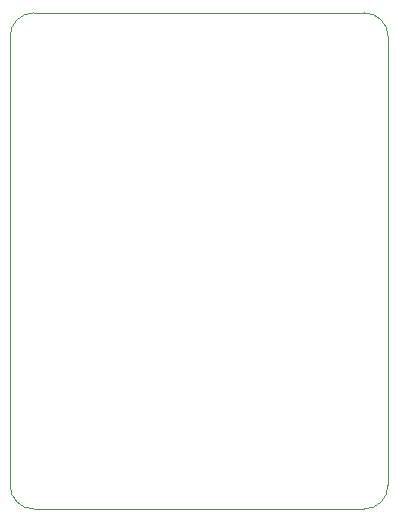
<source format=gtp>
%TF.GenerationSoftware,KiCad,Pcbnew,6.0.1-79c1e3a40b~116~ubuntu20.04.1*%
%TF.CreationDate,2022-02-07T15:26:07-03:00*%
%TF.ProjectId,v_simple,765f7369-6d70-46c6-952e-6b696361645f,rev?*%
%TF.SameCoordinates,Original*%
%TF.FileFunction,Paste,Top*%
%TF.FilePolarity,Positive*%
%FSLAX46Y46*%
G04 Gerber Fmt 4.6, Leading zero omitted, Abs format (unit mm)*
G04 Created by KiCad (PCBNEW 6.0.1-79c1e3a40b~116~ubuntu20.04.1) date 2022-02-07 15:26:07*
%MOMM*%
%LPD*%
G01*
G04 APERTURE LIST*
%TA.AperFunction,Profile*%
%ADD10C,0.100000*%
%TD*%
G04 APERTURE END LIST*
D10*
X86000000Y-58000000D02*
X114000000Y-58000000D01*
X114000000Y-100000000D02*
X86000000Y-100000000D01*
X116000000Y-60000000D02*
G75*
G03*
X114000000Y-58000000I-1999999J1D01*
G01*
X84000000Y-98000000D02*
X84000000Y-60000000D01*
X116000000Y-98000000D02*
X116000000Y-60000000D01*
X84000000Y-98000000D02*
G75*
G03*
X86000000Y-100000000I1999999J-1D01*
G01*
X114000000Y-100000000D02*
G75*
G03*
X116000000Y-98000000I1J1999999D01*
G01*
X86000000Y-58000000D02*
G75*
G03*
X84000000Y-60000000I-1J-1999999D01*
G01*
M02*

</source>
